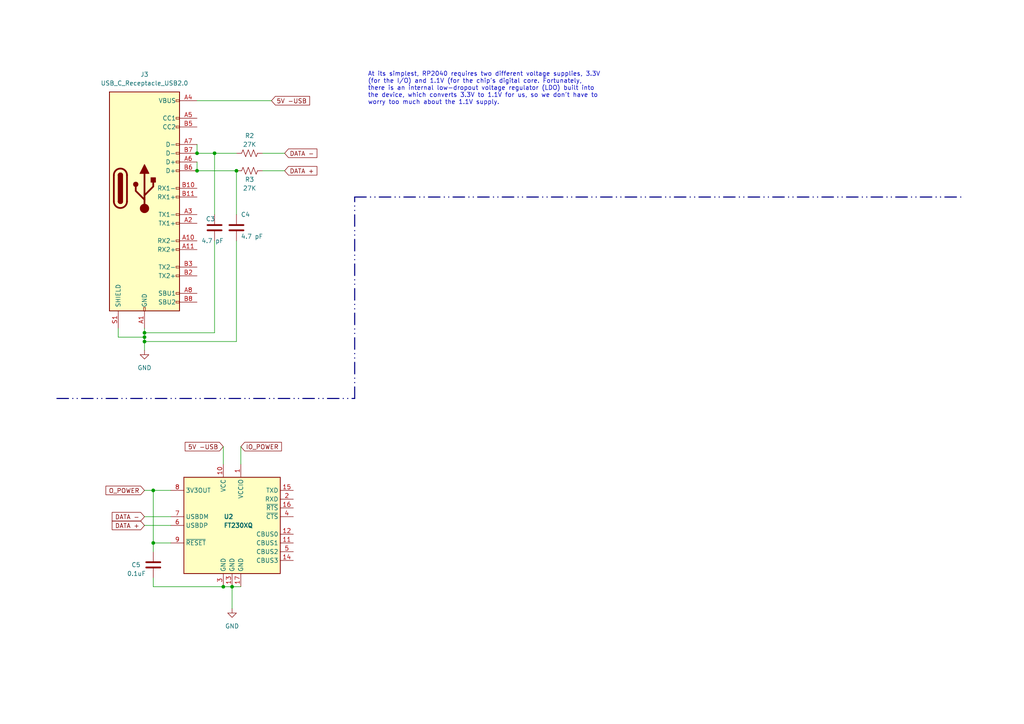
<source format=kicad_sch>
(kicad_sch (version 20230121) (generator eeschema)
  (paper "A4")
  (lib_symbols
    (symbol "Connector:USB_C_Receptacle" (pin_names (offset 1.016))
      (property "Reference" "J" (at -10.16 29.21 0))
      (property "Value" "USB_C_Receptacle" (at 10.16 29.21 0))
      (symbol "USB_C_Receptacle_0_0"
        (rectangle (start -0.254 -35.56) (end 0.254 -34.544))
        (rectangle (start 10.16 -32.766) (end 9.144 -33.274))
        (rectangle (start 10.16 -30.226) (end 9.144 -30.734))
        (rectangle (start 10.16 -25.146) (end 9.144 -25.654))
        (rectangle (start 10.16 -22.606) (end 9.144 -23.114))
        (rectangle (start 10.16 -17.526) (end 9.144 -18.034))
        (rectangle (start 10.16 -14.986) (end 9.144 -15.494))
        (rectangle (start 10.16 -9.906) (end 9.144 -10.414))
        (rectangle (start 10.16 -7.366) (end 9.144 -7.874))
        (rectangle (start 10.16 -2.286) (end 9.144 -2.794))
        (rectangle (start 10.16 0.254) (end 9.144 -0.254))
        (rectangle (start 10.16 5.334) (end 9.144 4.826))
        (rectangle (start 10.16 7.874) (end 9.144 7.366))
        (rectangle (start 10.16 10.414) (end 9.144 9.906))
        (rectangle (start 10.16 12.954) (end 9.144 12.446))
        (rectangle (start 10.16 18.034) (end 9.144 17.526))
        (rectangle (start 10.16 20.574) (end 9.144 20.066))
        (rectangle (start 10.16 25.654) (end 9.144 25.146))
      )
      (symbol "USB_C_Receptacle_0_1"
        (rectangle (start -10.16 27.94) (end 10.16 -35.56) (stroke (width 0.254)) (fill (type background)))
        (arc (start -8.89 -3.81) (mid -6.985 -5.7067) (end -5.08 -3.81) (stroke (width 0.508)))
        (arc (start -7.62 -3.81) (mid -6.985 -4.4423) (end -6.35 -3.81) (stroke (width 0.254)))
        (arc (start -7.62 -3.81) (mid -6.985 -4.4423) (end -6.35 -3.81) (stroke (width 0.254)) (fill (type outline)))
        (rectangle (start -7.62 -3.81) (end -6.35 3.81) (stroke (width 0.254)) (fill (type outline)))
        (arc (start -6.35 3.81) (mid -6.985 4.4423) (end -7.62 3.81) (stroke (width 0.254)))
        (arc (start -6.35 3.81) (mid -6.985 4.4423) (end -7.62 3.81) (stroke (width 0.254)) (fill (type outline)))
        (arc (start -5.08 3.81) (mid -6.985 5.7067) (end -8.89 3.81) (stroke (width 0.508)))
        (polyline (pts (xy -8.89 -3.81) (xy -8.89 3.81)) (stroke (width 0.508)))
        (polyline (pts (xy -5.08 3.81) (xy -5.08 -3.81)) (stroke (width 0.508)))
      )
      (symbol "USB_C_Receptacle_1_1"
        (circle (center -2.54 1.143) (radius 0.635) (stroke (width 0.254)) (fill (type outline)))
        (circle (center 0 -5.842) (radius 1.27) (fill (type outline)))
        (polyline (pts (xy 0 -5.842) (xy 0 4.318)) (stroke (width 0.508)))
        (polyline (pts (xy 0 -3.302) (xy -2.54 -0.762) (xy -2.54 0.508)) (stroke (width 0.508)))
        (polyline (pts (xy 0 -2.032) (xy 2.54 0.508) (xy 2.54 1.778)) (stroke (width 0.508)))
        (polyline (pts (xy -1.27 4.318) (xy 0 6.858) (xy 1.27 4.318) (xy -1.27 4.318)) (stroke (width 0.254)) (fill (type outline)))
        (rectangle (start 1.905 1.778) (end 3.175 3.048) (stroke (width 0.254)) (fill (type outline)))
        (pin passive line (at 0 -40.64 90) (length 5.08) (name "GND") (number "A1"))
        (pin bidirectional line (at 15.24 -15.24 180) (length 5.08) (name "RX2-") (number "A10"))
        (pin bidirectional line (at 15.24 -17.78 180) (length 5.08) (name "RX2+") (number "A11"))
        (pin passive line (at 0 -40.64 90) (length 5.08) hide (name "GND") (number "A12"))
        (pin bidirectional line (at 15.24 -10.16 180) (length 5.08) (name "TX1+") (number "A2"))
        (pin bidirectional line (at 15.24 -7.62 180) (length 5.08) (name "TX1-") (number "A3"))
        (pin passive line (at 15.24 25.4 180) (length 5.08) (name "VBUS") (number "A4"))
        (pin bidirectional line (at 15.24 20.32 180) (length 5.08) (name "CC1") (number "A5"))
        (pin bidirectional line (at 15.24 7.62 180) (length 5.08) (name "D+") (number "A6"))
        (pin bidirectional line (at 15.24 12.7 180) (length 5.08) (name "D-") (number "A7"))
        (pin bidirectional line (at 15.24 -30.48 180) (length 5.08) (name "SBU1") (number "A8"))
        (pin passive line (at 15.24 25.4 180) (length 5.08) hide (name "VBUS") (number "A9"))
        (pin passive line (at 0 -40.64 90) (length 5.08) hide (name "GND") (number "B1"))
        (pin bidirectional line (at 15.24 0 180) (length 5.08) (name "RX1-") (number "B10"))
        (pin bidirectional line (at 15.24 -2.54 180) (length 5.08) (name "RX1+") (number "B11"))
        (pin passive line (at 0 -40.64 90) (length 5.08) hide (name "GND") (number "B12"))
        (pin bidirectional line (at 15.24 -25.4 180) (length 5.08) (name "TX2+") (number "B2"))
        (pin bidirectional line (at 15.24 -22.86 180) (length 5.08) (name "TX2-") (number "B3"))
        (pin passive line (at 15.24 25.4 180) (length 5.08) hide (name "VBUS") (number "B4"))
        (pin bidirectional line (at 15.24 17.78 180) (length 5.08) (name "CC2") (number "B5"))
        (pin bidirectional line (at 15.24 5.08 180) (length 5.08) (name "D+") (number "B6"))
        (pin bidirectional line (at 15.24 10.16 180) (length 5.08) (name "D-") (number "B7"))
        (pin bidirectional line (at 15.24 -33.02 180) (length 5.08) (name "SBU2") (number "B8"))
        (pin passive line (at 15.24 25.4 180) (length 5.08) hide (name "VBUS") (number "B9"))
        (pin passive line (at -7.62 -40.64 90) (length 5.08) (name "SHIELD") (number "S1"))
      )
    )
    (symbol "Device:C" (pin_numbers hide) (pin_names (offset 0.254))
      (property "Reference" "C" (at 0.635 2.54 0))
      (property "Value" "C" (at 0.635 -2.54 0))
      (symbol "C_0_1"
        (polyline (pts (xy -2.032 -0.762) (xy 2.032 -0.762)) (stroke (width 0.508)))
        (polyline (pts (xy -2.032 0.762) (xy 2.032 0.762)) (stroke (width 0.508)))
      )
      (symbol "C_1_1"
        (pin passive line (at 0 3.81 270) (length 2.794) (name "~") (number "1"))
        (pin passive line (at 0 -3.81 90) (length 2.794) (name "~") (number "2"))
      )
    )
    (symbol "Device:R_US" (pin_numbers hide) (pin_names (offset 0))
      (property "Reference" "R" (at 2.54 0 90))
      (property "Value" "R_US" (at -2.54 0 90))
      (symbol "R_US_0_1"
        (polyline (pts (xy 0 -2.286) (xy 0 -2.54)))
        (polyline (pts (xy 0 2.286) (xy 0 2.54)))
        (polyline (pts (xy 0 -0.762) (xy 1.016 -1.143) (xy 0 -1.524) (xy -1.016 -1.905) (xy 0 -2.286)))
        (polyline (pts (xy 0 0.762) (xy 1.016 0.381) (xy 0 0) (xy -1.016 -0.381) (xy 0 -0.762)))
        (polyline (pts (xy 0 2.286) (xy 1.016 1.905) (xy 0 1.524) (xy -1.016 1.143) (xy 0 0.762)))
      )
      (symbol "R_US_1_1"
        (pin passive line (at 0 3.81 270) (length 1.27) (name "~") (number "1"))
        (pin passive line (at 0 -3.81 90) (length 1.27) (name "~") (number "2"))
      )
    )
    (symbol "Interface_USB:FT230XQ"
      (property "Reference" "U" (at -13.97 15.24 0))
      (property "Value" "FT230XQ" (at 7.62 15.24 0))
      (symbol "FT230XQ_0_1"
        (rectangle (start -13.97 13.97) (end 13.97 -13.97) (stroke (width 0.254)) (fill (type background)))
      )
      (symbol "FT230XQ_1_1"
        (pin power_in line (at 2.54 17.78 270) (length 3.81) (name "VCCIO") (number "1"))
        (pin power_in line (at -2.54 17.78 270) (length 3.81) (name "VCC") (number "10"))
        (pin bidirectional line (at 17.78 -5.08 180) (length 3.81) (name "CBUS1") (number "11"))
        (pin bidirectional line (at 17.78 -2.54 180) (length 3.81) (name "CBUS0") (number "12"))
        (pin power_in line (at 0 -17.78 90) (length 3.81) (name "GND") (number "13"))
        (pin bidirectional line (at 17.78 -10.16 180) (length 3.81) (name "CBUS3") (number "14"))
        (pin output line (at 17.78 10.16 180) (length 3.81) (name "TXD") (number "15"))
        (pin output line (at 17.78 5.08 180) (length 3.81) (name "~{RTS}") (number "16"))
        (pin power_in line (at 2.54 -17.78 90) (length 3.81) (name "GND") (number "17"))
        (pin input line (at 17.78 7.62 180) (length 3.81) (name "RXD") (number "2"))
        (pin power_in line (at -2.54 -17.78 90) (length 3.81) (name "GND") (number "3"))
        (pin input line (at 17.78 2.54 180) (length 3.81) (name "~{CTS}") (number "4"))
        (pin bidirectional line (at 17.78 -7.62 180) (length 3.81) (name "CBUS2") (number "5"))
        (pin bidirectional line (at -17.78 0 0) (length 3.81) (name "USBDP") (number "6"))
        (pin bidirectional line (at -17.78 2.54 0) (length 3.81) (name "USBDM") (number "7"))
        (pin power_out line (at -17.78 10.16 0) (length 3.81) (name "3V3OUT") (number "8"))
        (pin input line (at -17.78 -5.08 0) (length 3.81) (name "~{RESET}") (number "9"))
      )
    )
    (symbol "power:GND" (power) (pin_names (offset 0))
      (property "Value" "GND" (at 0 -3.81 0))
      (symbol "GND_0_1"
        (polyline (pts (xy 0 0) (xy 0 -1.27) (xy 1.27 -1.27) (xy 0 -2.54) (xy -1.27 -1.27) (xy 0 -1.27)))
      )
      (symbol "GND_1_1"
        (pin power_in line (at 0 0 270) (length 0) hide (name "GND") (number "1"))
      )
    )
  )
  (junction (at 41.91 99.06))
  (junction (at 64.77 170.18))
  (junction (at 44.45 157.48))
  (junction (at 62.23 44.45))
  (junction (at 68.58 49.53))
  (junction (at 41.91 96.52))
  (junction (at 57.15 44.45))
  (junction (at 67.31 170.18))
  (junction (at 41.91 97.79))
  (junction (at 44.45 142.24))
  (junction (at 57.15 49.53))
  (wire (pts (xy 44.45 142.24) (xy 49.53 142.24)))
  (wire (pts (xy 64.77 129.54) (xy 64.77 134.62)))
  (wire (pts (xy 62.23 69.85) (xy 62.23 96.52)))
  (bus (pts (xy 102.87 115.57) (xy 102.87 57.15)) (stroke (width 0) (type dash_dot_dot)))
  (wire (pts (xy 76.2 44.45) (xy 82.55 44.45)))
  (bus (pts (xy 102.87 57.15) (xy 279.4 57.15)) (stroke (width 0) (type dash_dot_dot)))
  (wire (pts (xy 44.45 157.48) (xy 49.53 157.48)))
  (wire (pts (xy 68.58 69.85) (xy 68.58 99.06)))
  (wire (pts (xy 57.15 49.53) (xy 68.58 49.53)))
  (wire (pts (xy 41.91 152.4) (xy 49.53 152.4)))
  (bus (pts (xy 16.51 115.57) (xy 102.87 115.57)) (stroke (width 0) (type dash_dot_dot)))
  (wire (pts (xy 34.29 97.79) (xy 41.91 97.79)))
  (wire (pts (xy 34.29 95.25) (xy 34.29 97.79)))
  (wire (pts (xy 69.85 129.54) (xy 69.85 134.62)))
  (wire (pts (xy 44.45 170.18) (xy 64.77 170.18)))
  (wire (pts (xy 44.45 142.24) (xy 44.45 157.48)))
  (wire (pts (xy 62.23 44.45) (xy 68.58 44.45)))
  (wire (pts (xy 57.15 44.45) (xy 62.23 44.45)))
  (wire (pts (xy 67.31 170.18) (xy 67.31 176.53)))
  (wire (pts (xy 57.15 29.21) (xy 78.74 29.21)))
  (wire (pts (xy 44.45 170.18) (xy 44.45 167.64)))
  (wire (pts (xy 41.91 99.06) (xy 41.91 101.6)))
  (wire (pts (xy 41.91 149.86) (xy 49.53 149.86)))
  (wire (pts (xy 62.23 96.52) (xy 41.91 96.52)))
  (wire (pts (xy 64.77 170.18) (xy 67.31 170.18)))
  (wire (pts (xy 41.91 95.25) (xy 41.91 96.52)))
  (wire (pts (xy 57.15 46.99) (xy 57.15 49.53)))
  (wire (pts (xy 76.2 49.53) (xy 82.55 49.53)))
  (wire (pts (xy 62.23 44.45) (xy 62.23 62.23)))
  (wire (pts (xy 44.45 160.02) (xy 44.45 157.48)))
  (wire (pts (xy 41.91 96.52) (xy 41.91 97.79)))
  (wire (pts (xy 41.91 97.79) (xy 41.91 99.06)))
  (wire (pts (xy 67.31 170.18) (xy 69.85 170.18)))
  (wire (pts (xy 57.15 41.91) (xy 57.15 44.45)))
  (wire (pts (xy 68.58 99.06) (xy 41.91 99.06)))
  (wire (pts (xy 68.58 49.53) (xy 68.58 62.23)))
  (wire (pts (xy 41.91 142.24) (xy 44.45 142.24)))
  (text "At its simplest, RP2040 requires two different voltage supplies, 3.3V \n(for the I/O) and 1.1V (for the chip's digital core. Fortunately, \nthere is an internal low-dropout voltage regulator (LDO) built into \nthe device, which converts 3.3V to 1.1V for us, so we don't have to \nworry too much about the 1.1V supply." (at 106.68 30.48 0) (effects (font (size 1.27 1.27)) (justify left bottom)))
  (global_label "5V -USB" (shape input) (at 64.77 129.54 180) (property "Intersheetrefs" "${INTERSHEET_REFS}" (effects hide)))
  (global_label "DATA +" (shape input) (at 41.91 152.4 180) (property "Intersheetrefs" "${INTERSHEET_REFS}" (effects hide)))
  (global_label "O_POWER" (shape input) (at 41.91 142.24 180) (property "Intersheetrefs" "${INTERSHEET_REFS}" (effects hide)))
  (global_label "DATA -" (shape input) (at 82.55 44.45 0) (property "Intersheetrefs" "${INTERSHEET_REFS}" (effects hide)))
  (global_label "IO_POWER" (shape input) (at 69.85 129.54 0) (property "Intersheetrefs" "${INTERSHEET_REFS}" (effects hide)))
  (global_label "DATA +" (shape input) (at 82.55 49.53 0) (property "Intersheetrefs" "${INTERSHEET_REFS}" (effects hide)))
  (global_label "DATA -" (shape input) (at 41.91 149.86 180) (property "Intersheetrefs" "${INTERSHEET_REFS}" (effects hide)))
  (global_label "5V -USB" (shape input) (at 78.74 29.21 0) (property "Intersheetrefs" "${INTERSHEET_REFS}" (effects hide)))
  (symbol (lib_id "Device:C") (at 62.23 66.04 0) (unit 1)
    (property "Reference" "C3" (at 59.69 63.5 0) (effects (justify left)))
    (property "Value" "4.7 pF" (at 58.42 69.85 0) (effects (justify left)))
  )
  (symbol (lib_id "Device:R_US") (at 72.39 49.53 270) (unit 1)
    (property "Reference" "R3" (at 72.39 52.07 90))
    (property "Value" "27K" (at 72.39 54.61 90))
  )
  (symbol (lib_id "Interface_USB:FT230XQ") (at 67.31 152.4 0) (unit 1)
    (property "Reference" "U2" (at 64.77 149.86 0) (effects (font bold) (justify left)))
    (property "Value" "FT230XQ" (at 64.77 152.4 0) (effects (font bold) (justify left)))
    (property "Footprint" "Package_DFN_QFN:QFN-16-1EP_4x4mm_P0.65mm_EP2.1x2.1mm" (effects hide))
    (property "Datasheet" "https://www.ftdichip.com/Support/Documents/DataSheets/ICs/DS_FT230X.pdf" (effects hide))
  )
  (symbol (lib_id "power:GND") (at 67.31 176.53 0) (unit 1)
    (property "Reference" "#PWR05" (effects hide))
    (property "Value" "GND" (at 67.31 181.61 0))
  )
  (symbol (lib_id "Connector:USB_C_Receptacle") (at 41.91 54.61 0) (unit 1)
    (property "Reference" "J3" (at 41.91 21.59 0))
    (property "Value" "USB_C_Receptacle_USB2.0" (at 41.91 24.13 0))
    (property "Datasheet" "https://www.usb.org/sites/default/files/documents/usb_type-c.zip" (effects hide))
  )
  (symbol (lib_id "Device:C") (at 44.45 163.83 0) (unit 1)
    (property "Reference" "C5" (at 38.1 163.83 0) (effects (justify left)))
    (property "Value" "0.1uF" (at 36.83 166.37 0) (effects (justify left)))
  )
  (symbol (lib_id "Device:R_US") (at 72.39 44.45 90) (unit 1)
    (property "Reference" "R2" (at 72.39 39.37 90))
    (property "Value" "27K" (at 72.39 41.91 90))
  )
  (symbol (lib_id "power:GND") (at 41.91 101.6 0) (unit 1)
    (property "Reference" "#PWR04" (effects hide))
    (property "Value" "GND" (at 41.91 106.68 0))
  )
  (symbol (lib_id "Device:C") (at 68.58 66.04 0) (unit 1)
    (property "Reference" "C4" (at 69.85 62.23 0) (effects (justify left)))
    (property "Value" "4.7 pF" (at 69.85 68.58 0) (effects (justify left)))
  )
)
</source>
